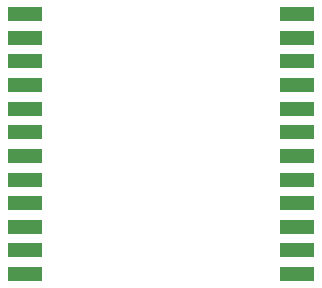
<source format=gbr>
%TF.GenerationSoftware,KiCad,Pcbnew,(5.1.12)-1*%
%TF.CreationDate,2022-06-22T11:17:58+02:00*%
%TF.ProjectId,ai-thinker-vc01,61692d74-6869-46e6-9b65-722d76633031,rev?*%
%TF.SameCoordinates,Original*%
%TF.FileFunction,Paste,Top*%
%TF.FilePolarity,Positive*%
%FSLAX46Y46*%
G04 Gerber Fmt 4.6, Leading zero omitted, Abs format (unit mm)*
G04 Created by KiCad (PCBNEW (5.1.12)-1) date 2022-06-22 11:17:58*
%MOMM*%
%LPD*%
G01*
G04 APERTURE LIST*
%ADD10R,3.000000X1.200000*%
G04 APERTURE END LIST*
D10*
%TO.C,U1*%
X146120000Y-79170000D03*
X146120000Y-81170000D03*
X146120000Y-83170000D03*
X146120000Y-85170000D03*
X146120000Y-87170000D03*
X146120000Y-89170000D03*
X146120000Y-91170000D03*
X146120000Y-93170000D03*
X146120000Y-95170000D03*
X146120000Y-97170000D03*
X146120000Y-99170000D03*
X146120000Y-101170000D03*
X123120000Y-101170000D03*
X123120000Y-99170000D03*
X123120000Y-97170000D03*
X123120000Y-95170000D03*
X123120000Y-93170000D03*
X123120000Y-91170000D03*
X123120000Y-89170000D03*
X123120000Y-87170000D03*
X123120000Y-85170000D03*
X123120000Y-83170000D03*
X123120000Y-81170000D03*
X123120000Y-79170000D03*
%TD*%
M02*

</source>
